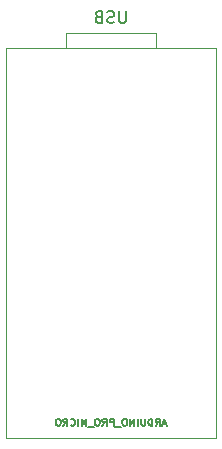
<source format=gbr>
G04 #@! TF.GenerationSoftware,KiCad,Pcbnew,(5.1.4-0)*
G04 #@! TF.CreationDate,2020-05-08T12:10:25+02:00*
G04 #@! TF.ProjectId,RPi_Teleco_PCB,5250695f-5465-46c6-9563-6f5f5043422e,rev?*
G04 #@! TF.SameCoordinates,Original*
G04 #@! TF.FileFunction,Legend,Bot*
G04 #@! TF.FilePolarity,Positive*
%FSLAX46Y46*%
G04 Gerber Fmt 4.6, Leading zero omitted, Abs format (unit mm)*
G04 Created by KiCad (PCBNEW (5.1.4-0)) date 2020-05-08 12:10:25*
%MOMM*%
%LPD*%
G04 APERTURE LIST*
%ADD10C,0.150000*%
%ADD11C,0.120000*%
%ADD12C,0.127000*%
G04 APERTURE END LIST*
D10*
X133341904Y-65492380D02*
X133341904Y-66301904D01*
X133294285Y-66397142D01*
X133246666Y-66444761D01*
X133151428Y-66492380D01*
X132960952Y-66492380D01*
X132865714Y-66444761D01*
X132818095Y-66397142D01*
X132770476Y-66301904D01*
X132770476Y-65492380D01*
X132341904Y-66444761D02*
X132199047Y-66492380D01*
X131960952Y-66492380D01*
X131865714Y-66444761D01*
X131818095Y-66397142D01*
X131770476Y-66301904D01*
X131770476Y-66206666D01*
X131818095Y-66111428D01*
X131865714Y-66063809D01*
X131960952Y-66016190D01*
X132151428Y-65968571D01*
X132246666Y-65920952D01*
X132294285Y-65873333D01*
X132341904Y-65778095D01*
X132341904Y-65682857D01*
X132294285Y-65587619D01*
X132246666Y-65540000D01*
X132151428Y-65492380D01*
X131913333Y-65492380D01*
X131770476Y-65540000D01*
X131008571Y-65968571D02*
X130865714Y-66016190D01*
X130818095Y-66063809D01*
X130770476Y-66159047D01*
X130770476Y-66301904D01*
X130818095Y-66397142D01*
X130865714Y-66444761D01*
X130960952Y-66492380D01*
X131341904Y-66492380D01*
X131341904Y-65492380D01*
X131008571Y-65492380D01*
X130913333Y-65540000D01*
X130865714Y-65587619D01*
X130818095Y-65682857D01*
X130818095Y-65778095D01*
X130865714Y-65873333D01*
X130913333Y-65920952D01*
X131008571Y-65968571D01*
X131341904Y-65968571D01*
D11*
X135890000Y-67310000D02*
X135890000Y-68580000D01*
X128270000Y-67310000D02*
X135890000Y-67310000D01*
X128270000Y-68580000D02*
X128270000Y-67310000D01*
X123190000Y-101600000D02*
X123190000Y-68580000D01*
X140970000Y-101600000D02*
X123190000Y-101600000D01*
X140970000Y-68580000D02*
X140970000Y-101600000D01*
X123190000Y-68580000D02*
X140970000Y-68580000D01*
D12*
X136753600Y-100431600D02*
X136463314Y-100431600D01*
X136811657Y-100605771D02*
X136608457Y-99996171D01*
X136405257Y-100605771D01*
X135853714Y-100605771D02*
X136056914Y-100315485D01*
X136202057Y-100605771D02*
X136202057Y-99996171D01*
X135969828Y-99996171D01*
X135911771Y-100025200D01*
X135882742Y-100054228D01*
X135853714Y-100112285D01*
X135853714Y-100199371D01*
X135882742Y-100257428D01*
X135911771Y-100286457D01*
X135969828Y-100315485D01*
X136202057Y-100315485D01*
X135592457Y-100605771D02*
X135592457Y-99996171D01*
X135447314Y-99996171D01*
X135360228Y-100025200D01*
X135302171Y-100083257D01*
X135273142Y-100141314D01*
X135244114Y-100257428D01*
X135244114Y-100344514D01*
X135273142Y-100460628D01*
X135302171Y-100518685D01*
X135360228Y-100576742D01*
X135447314Y-100605771D01*
X135592457Y-100605771D01*
X134982857Y-99996171D02*
X134982857Y-100489657D01*
X134953828Y-100547714D01*
X134924800Y-100576742D01*
X134866742Y-100605771D01*
X134750628Y-100605771D01*
X134692571Y-100576742D01*
X134663542Y-100547714D01*
X134634514Y-100489657D01*
X134634514Y-99996171D01*
X134344228Y-100605771D02*
X134344228Y-99996171D01*
X134053942Y-100605771D02*
X134053942Y-99996171D01*
X133705600Y-100605771D01*
X133705600Y-99996171D01*
X133299200Y-99996171D02*
X133183085Y-99996171D01*
X133125028Y-100025200D01*
X133066971Y-100083257D01*
X133037942Y-100199371D01*
X133037942Y-100402571D01*
X133066971Y-100518685D01*
X133125028Y-100576742D01*
X133183085Y-100605771D01*
X133299200Y-100605771D01*
X133357257Y-100576742D01*
X133415314Y-100518685D01*
X133444342Y-100402571D01*
X133444342Y-100199371D01*
X133415314Y-100083257D01*
X133357257Y-100025200D01*
X133299200Y-99996171D01*
X132921828Y-100663828D02*
X132457371Y-100663828D01*
X132312228Y-100605771D02*
X132312228Y-99996171D01*
X132080000Y-99996171D01*
X132021942Y-100025200D01*
X131992914Y-100054228D01*
X131963885Y-100112285D01*
X131963885Y-100199371D01*
X131992914Y-100257428D01*
X132021942Y-100286457D01*
X132080000Y-100315485D01*
X132312228Y-100315485D01*
X131354285Y-100605771D02*
X131557485Y-100315485D01*
X131702628Y-100605771D02*
X131702628Y-99996171D01*
X131470400Y-99996171D01*
X131412342Y-100025200D01*
X131383314Y-100054228D01*
X131354285Y-100112285D01*
X131354285Y-100199371D01*
X131383314Y-100257428D01*
X131412342Y-100286457D01*
X131470400Y-100315485D01*
X131702628Y-100315485D01*
X130976914Y-99996171D02*
X130860800Y-99996171D01*
X130802742Y-100025200D01*
X130744685Y-100083257D01*
X130715657Y-100199371D01*
X130715657Y-100402571D01*
X130744685Y-100518685D01*
X130802742Y-100576742D01*
X130860800Y-100605771D01*
X130976914Y-100605771D01*
X131034971Y-100576742D01*
X131093028Y-100518685D01*
X131122057Y-100402571D01*
X131122057Y-100199371D01*
X131093028Y-100083257D01*
X131034971Y-100025200D01*
X130976914Y-99996171D01*
X130599542Y-100663828D02*
X130135085Y-100663828D01*
X129989942Y-100605771D02*
X129989942Y-99996171D01*
X129786742Y-100431600D01*
X129583542Y-99996171D01*
X129583542Y-100605771D01*
X129293257Y-100605771D02*
X129293257Y-99996171D01*
X128654628Y-100547714D02*
X128683657Y-100576742D01*
X128770742Y-100605771D01*
X128828800Y-100605771D01*
X128915885Y-100576742D01*
X128973942Y-100518685D01*
X129002971Y-100460628D01*
X129032000Y-100344514D01*
X129032000Y-100257428D01*
X129002971Y-100141314D01*
X128973942Y-100083257D01*
X128915885Y-100025200D01*
X128828800Y-99996171D01*
X128770742Y-99996171D01*
X128683657Y-100025200D01*
X128654628Y-100054228D01*
X128045028Y-100605771D02*
X128248228Y-100315485D01*
X128393371Y-100605771D02*
X128393371Y-99996171D01*
X128161142Y-99996171D01*
X128103085Y-100025200D01*
X128074057Y-100054228D01*
X128045028Y-100112285D01*
X128045028Y-100199371D01*
X128074057Y-100257428D01*
X128103085Y-100286457D01*
X128161142Y-100315485D01*
X128393371Y-100315485D01*
X127667657Y-99996171D02*
X127551542Y-99996171D01*
X127493485Y-100025200D01*
X127435428Y-100083257D01*
X127406400Y-100199371D01*
X127406400Y-100402571D01*
X127435428Y-100518685D01*
X127493485Y-100576742D01*
X127551542Y-100605771D01*
X127667657Y-100605771D01*
X127725714Y-100576742D01*
X127783771Y-100518685D01*
X127812800Y-100402571D01*
X127812800Y-100199371D01*
X127783771Y-100083257D01*
X127725714Y-100025200D01*
X127667657Y-99996171D01*
M02*

</source>
